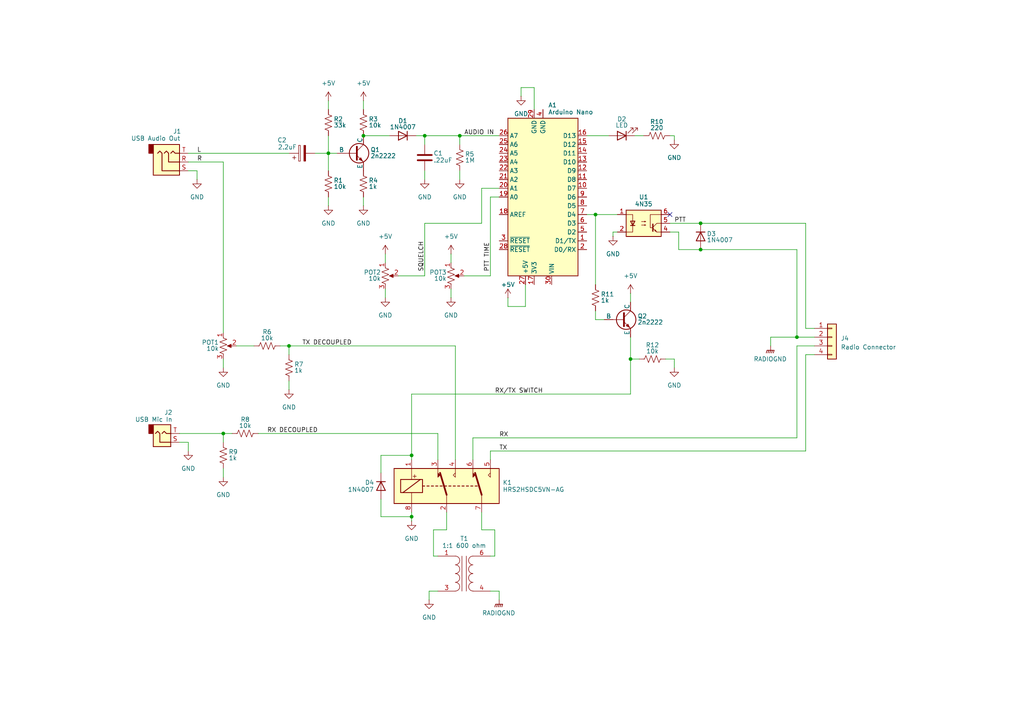
<source format=kicad_sch>
(kicad_sch (version 20231120) (generator "eeschema") (generator_version "8.0")
  (paper "A4")
  (title_block (title "Interface para Modos Digitales") (date "2024-11-30") (rev "0.1") (company "Sirio Altilar Guy (LU3ALT)") (comment 1 "Basado en el diseño de Daniel Rigou (LU1BDR)") (comment 2 "Para el HOTSPOT del LU5CBA") (comment 3 "https://github.com/SirioGuy/Interface-Modos-Digitales"))
  (lib_symbols
    (symbol "Connector_Audio:AudioJack2"
      (property "Reference" "J" (at 0 8.89 0))
      (property "Value" "AudioJack2" (at 0 6.35 0))
      (symbol "AudioJack2_0_1"
        (rectangle (start -3.81 0) (end -2.54 -2.54) (stroke (width 0.254)) (fill (type outline)))
        (rectangle (start -2.54 3.81) (end 2.54 -2.54) (stroke (width 0.254)) (fill (type background)))
        (polyline (pts (xy 0 0) (xy 0.635 -0.635) (xy 1.27 0) (xy 2.54 0)) (stroke (width 0.254)))
        (polyline (pts (xy 2.54 2.54) (xy -0.635 2.54) (xy -0.635 0) (xy -1.27 -0.635) (xy -1.905 0)) (stroke (width 0.254)))
      )
      (symbol "AudioJack2_1_1"
        (pin passive line (at 5.08 2.54 180) (length 2.54) (name "~") (number "S"))
        (pin passive line (at 5.08 0 180) (length 2.54) (name "~") (number "T"))
      )
    )
    (symbol "Connector_Audio:AudioJack3"
      (property "Reference" "J" (at 0 8.89 0))
      (property "Value" "AudioJack3" (at 0 6.35 0))
      (symbol "AudioJack3_0_1"
        (rectangle (start -5.08 -5.08) (end -6.35 -2.54) (stroke (width 0.254)) (fill (type outline)))
        (polyline (pts (xy 0 -2.54) (xy 0.635 -3.175) (xy 1.27 -2.54) (xy 2.54 -2.54)) (stroke (width 0.254)))
        (polyline (pts (xy -1.905 -2.54) (xy -1.27 -3.175) (xy -0.635 -2.54) (xy -0.635 0) (xy 2.54 0)) (stroke (width 0.254)))
        (polyline (pts (xy 2.54 2.54) (xy -2.54 2.54) (xy -2.54 -2.54) (xy -3.175 -3.175) (xy -3.81 -2.54)) (stroke (width 0.254)))
        (rectangle (start 2.54 3.81) (end -5.08 -5.08) (stroke (width 0.254)) (fill (type background)))
      )
      (symbol "AudioJack3_1_1"
        (pin passive line (at 5.08 0 180) (length 2.54) (name "~") (number "R"))
        (pin passive line (at 5.08 2.54 180) (length 2.54) (name "~") (number "S"))
        (pin passive line (at 5.08 -2.54 180) (length 2.54) (name "~") (number "T"))
      )
    )
    (symbol "Connector_Generic_MountingPin:Conn_01x04_MountingPin" (pin_names (offset 1.016) hide)
      (property "Reference" "J4" (at 2.54 -0.3555 0))
      (property "Value" "Radio Connector" (at 2.54 -2.8955 0))
      (symbol "Conn_01x04_MountingPin_1_1"
        (rectangle (start -1.27 -4.953) (end 0 -5.207) (stroke (width 0.1524)))
        (rectangle (start -1.27 -2.413) (end 0 -2.667) (stroke (width 0.1524)))
        (rectangle (start -1.27 0.127) (end 0 -0.127) (stroke (width 0.1524)))
        (rectangle (start -1.27 2.667) (end 0 2.413) (stroke (width 0.1524)))
        (rectangle (start -1.27 3.81) (end 1.27 -6.35) (stroke (width 0.254)) (fill (type background)))
        (pin passive line (at -5.08 2.54 0) (length 3.81) (name "Pin_1") (number "1"))
        (pin passive line (at -5.08 0 0) (length 3.81) (name "Pin_2") (number "2"))
        (pin passive line (at -5.08 -2.54 0) (length 3.81) (name "Pin_3") (number "3"))
        (pin passive line (at -5.08 -5.08 0) (length 3.81) (name "Pin_4") (number "4"))
      )
    )
    (symbol "Device:C" (pin_numbers hide) (pin_names (offset 0.254))
      (property "Reference" "C" (at 0.635 2.54 0))
      (property "Value" "C" (at 0.635 -2.54 0))
      (symbol "C_0_1"
        (polyline (pts (xy -2.032 -0.762) (xy 2.032 -0.762)) (stroke (width 0.508)))
        (polyline (pts (xy -2.032 0.762) (xy 2.032 0.762)) (stroke (width 0.508)))
      )
      (symbol "C_1_1"
        (pin passive line (at 0 3.81 270) (length 2.794) (name "~") (number "1"))
        (pin passive line (at 0 -3.81 90) (length 2.794) (name "~") (number "2"))
      )
    )
    (symbol "Device:C_Polarized" (pin_numbers hide) (pin_names (offset 0.254))
      (property "Reference" "C" (at 0.635 2.54 0))
      (property "Value" "C_Polarized" (at 0.635 -2.54 0))
      (symbol "C_Polarized_0_1"
        (rectangle (start -2.286 0.508) (end 2.286 1.016))
        (polyline (pts (xy -1.778 2.286) (xy -0.762 2.286)))
        (polyline (pts (xy -1.27 2.794) (xy -1.27 1.778)))
        (rectangle (start 2.286 -0.508) (end -2.286 -1.016) (fill (type outline)))
      )
      (symbol "C_Polarized_1_1"
        (pin passive line (at 0 3.81 270) (length 2.794) (name "~") (number "1"))
        (pin passive line (at 0 -3.81 90) (length 2.794) (name "~") (number "2"))
      )
    )
    (symbol "Device:LED" (pin_numbers hide) (pin_names (offset 1.016) hide)
      (property "Reference" "D" (at 0 2.54 0))
      (property "Value" "LED" (at 0 -2.54 0))
      (symbol "LED_0_1"
        (polyline (pts (xy -1.27 -1.27) (xy -1.27 1.27)) (stroke (width 0.254)))
        (polyline (pts (xy -1.27 0) (xy 1.27 0)))
        (polyline (pts (xy 1.27 -1.27) (xy 1.27 1.27) (xy -1.27 0) (xy 1.27 -1.27)) (stroke (width 0.254)))
        (polyline (pts (xy -3.048 -0.762) (xy -4.572 -2.286) (xy -3.81 -2.286) (xy -4.572 -2.286) (xy -4.572 -1.524)))
        (polyline (pts (xy -1.778 -0.762) (xy -3.302 -2.286) (xy -2.54 -2.286) (xy -3.302 -2.286) (xy -3.302 -1.524)))
      )
      (symbol "LED_1_1"
        (pin passive line (at -3.81 0 0) (length 2.54) (name "K") (number "1"))
        (pin passive line (at 3.81 0 180) (length 2.54) (name "A") (number "2"))
      )
    )
    (symbol "Device:R_Potentiometer_US" (pin_names (offset 1.016) hide)
      (property "Reference" "RV" (at -4.445 0 90))
      (property "Value" "R_Potentiometer_US" (at -2.54 0 90))
      (symbol "R_Potentiometer_US_0_1"
        (polyline (pts (xy 0 -2.286) (xy 0 -2.54)))
        (polyline (pts (xy 0 2.54) (xy 0 2.286)))
        (polyline (pts (xy 2.54 0) (xy 1.524 0)))
        (polyline (pts (xy 1.143 0) (xy 2.286 0.508) (xy 2.286 -0.508) (xy 1.143 0)) (fill (type outline)))
        (polyline (pts (xy 0 -0.762) (xy 1.016 -1.143) (xy 0 -1.524) (xy -1.016 -1.905) (xy 0 -2.286)))
        (polyline (pts (xy 0 0.762) (xy 1.016 0.381) (xy 0 0) (xy -1.016 -0.381) (xy 0 -0.762)))
        (polyline (pts (xy 0 2.286) (xy 1.016 1.905) (xy 0 1.524) (xy -1.016 1.143) (xy 0 0.762)))
      )
      (symbol "R_Potentiometer_US_1_1"
        (pin passive line (at 0 3.81 270) (length 1.27) (name "1") (number "1"))
        (pin passive line (at 3.81 0 180) (length 1.27) (name "2") (number "2"))
        (pin passive line (at 0 -3.81 90) (length 1.27) (name "3") (number "3"))
      )
    )
    (symbol "Device:R_US" (pin_numbers hide) (pin_names (offset 0))
      (property "Reference" "R" (at 2.54 0 90))
      (property "Value" "R_US" (at -2.54 0 90))
      (symbol "R_US_0_1"
        (polyline (pts (xy 0 -2.286) (xy 0 -2.54)))
        (polyline (pts (xy 0 2.286) (xy 0 2.54)))
        (polyline (pts (xy 0 -0.762) (xy 1.016 -1.143) (xy 0 -1.524) (xy -1.016 -1.905) (xy 0 -2.286)))
        (polyline (pts (xy 0 0.762) (xy 1.016 0.381) (xy 0 0) (xy -1.016 -0.381) (xy 0 -0.762)))
        (polyline (pts (xy 0 2.286) (xy 1.016 1.905) (xy 0 1.524) (xy -1.016 1.143) (xy 0 0.762)))
      )
      (symbol "R_US_1_1"
        (pin passive line (at 0 3.81 270) (length 1.27) (name "~") (number "1"))
        (pin passive line (at 0 -3.81 90) (length 1.27) (name "~") (number "2"))
      )
    )
    (symbol "Device:Transformer_1P_1S_SO8" (pin_names (offset 1.016) hide)
      (property "Reference" "T1" (at 0.0127 10.16 0))
      (property "Value" "1:1 600 ohm" (at 0.0127 7.62 0))
      (symbol "Transformer_1P_1S_SO8_0_1"
        (arc (start -2.54 -5.0546) (mid -1.6599 -4.6901) (end -1.27 -3.81))
        (arc (start -2.54 -2.5146) (mid -1.6599 -2.1501) (end -1.27 -1.27))
        (arc (start -2.54 0.0254) (mid -1.6599 0.3899) (end -1.27 1.27))
        (arc (start -2.54 2.5654) (mid -1.6599 2.9299) (end -1.27 3.81))
        (arc (start -1.27 -3.81) (mid -1.642 -2.912) (end -2.54 -2.54))
        (arc (start -1.27 -1.27) (mid -1.642 -0.372) (end -2.54 0))
        (arc (start -1.27 1.27) (mid -1.642 2.168) (end -2.54 2.54))
        (arc (start -1.27 3.81) (mid -1.642 4.708) (end -2.54 5.08))
        (polyline (pts (xy -0.635 5.08) (xy -0.635 -5.08)))
        (polyline (pts (xy 0.635 -5.08) (xy 0.635 5.08)))
        (arc (start 1.2954 -1.27) (mid 1.6599 -2.1501) (end 2.54 -2.5146))
        (arc (start 1.2954 1.27) (mid 1.6599 0.3899) (end 2.54 0.0254))
        (arc (start 1.2954 3.81) (mid 1.6599 2.9299) (end 2.54 2.5654))
        (arc (start 1.3208 -3.81) (mid 1.6853 -4.6901) (end 2.5654 -5.0546))
        (arc (start 2.54 0) (mid 1.642 -0.372) (end 1.2954 -1.27))
        (arc (start 2.54 2.54) (mid 1.642 2.168) (end 1.2954 1.27))
        (arc (start 2.54 5.08) (mid 1.642 4.708) (end 1.2954 3.81))
        (arc (start 2.5654 -2.54) (mid 1.6674 -2.912) (end 1.3208 -3.81))
      )
      (symbol "Transformer_1P_1S_SO8_1_1"
        (pin passive line (at -7.62 5.08 0) (length 5.08) (name "AA") (number "1"))
        (pin passive line (at -7.62 -5.08 0) (length 5.08) (name "AB") (number "3"))
        (pin passive line (at 7.62 -5.08 180) (length 5.08) (name "SA") (number "4"))
        (pin passive line (at 7.62 5.08 180) (length 5.08) (name "SB") (number "6"))
      )
    )
    (symbol "Diode:1N4007" (pin_numbers hide) (pin_names hide)
      (property "Reference" "D" (at 0 2.54 0))
      (property "Value" "1N4007" (at 0 -2.54 0))
      (symbol "1N4007_0_1"
        (polyline (pts (xy -1.27 1.27) (xy -1.27 -1.27)) (stroke (width 0.254)))
        (polyline (pts (xy 1.27 0) (xy -1.27 0)))
        (polyline (pts (xy 1.27 1.27) (xy 1.27 -1.27) (xy -1.27 0) (xy 1.27 1.27)) (stroke (width 0.254)))
      )
      (symbol "1N4007_1_1"
        (pin passive line (at -3.81 0 0) (length 2.54) (name "K") (number "1"))
        (pin passive line (at 3.81 0 180) (length 2.54) (name "A") (number "2"))
      )
    )
    (symbol "Isolator:4N35" (pin_names (offset 1.016))
      (property "Reference" "U" (at -5.08 5.08 0))
      (property "Value" "4N35" (at 0 5.08 0))
      (symbol "4N35_0_1"
        (rectangle (start -5.08 3.81) (end 5.08 -3.81) (stroke (width 0.254)) (fill (type background)))
        (polyline (pts (xy -3.81 -0.635) (xy -2.54 -0.635)) (stroke (width 0.254)))
        (polyline (pts (xy 2.667 -1.397) (xy 3.81 -2.54)))
        (polyline (pts (xy 2.667 -1.143) (xy 3.81 0)))
        (polyline (pts (xy 3.81 -2.54) (xy 5.08 -2.54)))
        (polyline (pts (xy 3.81 0) (xy 5.08 0)))
        (polyline (pts (xy 2.667 -0.254) (xy 2.667 -2.286) (xy 2.667 -2.286)) (stroke (width 0.3556)))
        (polyline (pts (xy -5.08 -2.54) (xy -3.175 -2.54) (xy -3.175 2.54) (xy -5.08 2.54)))
        (polyline (pts (xy -3.175 -0.635) (xy -3.81 0.635) (xy -2.54 0.635) (xy -3.175 -0.635)) (stroke (width 0.254)))
        (polyline (pts (xy 3.683 -2.413) (xy 3.429 -1.905) (xy 3.175 -2.159) (xy 3.683 -2.413)))
        (polyline (pts (xy 5.08 2.54) (xy 1.905 2.54) (xy 1.905 -1.27) (xy 2.54 -1.27)))
        (polyline (pts (xy -0.635 -0.508) (xy 0.635 -0.508) (xy 0.254 -0.635) (xy 0.254 -0.381) (xy 0.635 -0.508)))
        (polyline (pts (xy -0.635 0.508) (xy 0.635 0.508) (xy 0.254 0.381) (xy 0.254 0.635) (xy 0.635 0.508)))
      )
      (symbol "4N35_1_1"
        (pin passive line (at -7.62 2.54 0) (length 2.54) (name "~") (number "1"))
        (pin passive line (at -7.62 -2.54 0) (length 2.54) (name "~") (number "2"))
        (pin no_connect line (at -5.08 0 0) (length 2.54) hide (name "NC") (number "3"))
        (pin passive line (at 7.62 -2.54 180) (length 2.54) (name "~") (number "4"))
        (pin passive line (at 7.62 0 180) (length 2.54) (name "~") (number "5"))
        (pin passive line (at 7.62 2.54 180) (length 2.54) (name "~") (number "6"))
      )
    )
    (symbol "MCU_Module:Arduino_Nano_v3.x"
      (property "Reference" "A" (at -10.16 23.495 0))
      (property "Value" "Arduino_Nano_v3.x" (at 5.08 -24.13 0))
      (symbol "Arduino_Nano_v3.x_0_1"
        (rectangle (start -10.16 22.86) (end 10.16 -22.86) (stroke (width 0.254)) (fill (type background)))
      )
      (symbol "Arduino_Nano_v3.x_1_1"
        (pin bidirectional line (at -12.7 12.7 0) (length 2.54) (name "D1/TX") (number "1"))
        (pin bidirectional line (at -12.7 -2.54 0) (length 2.54) (name "D7") (number "10"))
        (pin bidirectional line (at -12.7 -5.08 0) (length 2.54) (name "D8") (number "11"))
        (pin bidirectional line (at -12.7 -7.62 0) (length 2.54) (name "D9") (number "12"))
        (pin bidirectional line (at -12.7 -10.16 0) (length 2.54) (name "D10") (number "13"))
        (pin bidirectional line (at -12.7 -12.7 0) (length 2.54) (name "D11") (number "14"))
        (pin bidirectional line (at -12.7 -15.24 0) (length 2.54) (name "D12") (number "15"))
        (pin bidirectional line (at -12.7 -17.78 0) (length 2.54) (name "D13") (number "16"))
        (pin power_out line (at 2.54 25.4 270) (length 2.54) (name "3V3") (number "17"))
        (pin input line (at 12.7 5.08 180) (length 2.54) (name "AREF") (number "18"))
        (pin bidirectional line (at 12.7 0 180) (length 2.54) (name "A0") (number "19"))
        (pin bidirectional line (at -12.7 15.24 0) (length 2.54) (name "D0/RX") (number "2"))
        (pin bidirectional line (at 12.7 -2.54 180) (length 2.54) (name "A1") (number "20"))
        (pin bidirectional line (at 12.7 -5.08 180) (length 2.54) (name "A2") (number "21"))
        (pin bidirectional line (at 12.7 -7.62 180) (length 2.54) (name "A3") (number "22"))
        (pin bidirectional line (at 12.7 -10.16 180) (length 2.54) (name "A4") (number "23"))
        (pin bidirectional line (at 12.7 -12.7 180) (length 2.54) (name "A5") (number "24"))
        (pin bidirectional line (at 12.7 -15.24 180) (length 2.54) (name "A6") (number "25"))
        (pin bidirectional line (at 12.7 -17.78 180) (length 2.54) (name "A7") (number "26"))
        (pin power_out line (at 5.08 25.4 270) (length 2.54) (name "+5V") (number "27"))
        (pin input line (at 12.7 15.24 180) (length 2.54) (name "~{RESET}") (number "28"))
        (pin power_in line (at 2.54 -25.4 90) (length 2.54) (name "GND") (number "29"))
        (pin input line (at 12.7 12.7 180) (length 2.54) (name "~{RESET}") (number "3"))
        (pin power_in line (at -2.54 25.4 270) (length 2.54) (name "VIN") (number "30"))
        (pin power_in line (at 0 -25.4 90) (length 2.54) (name "GND") (number "4"))
        (pin bidirectional line (at -12.7 10.16 0) (length 2.54) (name "D2") (number "5"))
        (pin bidirectional line (at -12.7 7.62 0) (length 2.54) (name "D3") (number "6"))
        (pin bidirectional line (at -12.7 5.08 0) (length 2.54) (name "D4") (number "7"))
        (pin bidirectional line (at -12.7 2.54 0) (length 2.54) (name "D5") (number "8"))
        (pin bidirectional line (at -12.7 0 0) (length 2.54) (name "D6") (number "9"))
      )
    )
    (symbol "Relay:AZ850-x"
      (property "Reference" "K1" (at 16.51 1.2701 0))
      (property "Value" "AZ850-x" (at 16.51 -1.2699 0))
      (symbol "AZ850-x_0_0"
        (text "+" (at -9.271 2.921 0) (effects (font (size 1.27 1.27))))
      )
      (symbol "AZ850-x_0_1"
        (rectangle (start -15.24 5.08) (end 15.24 -5.08) (stroke (width 0.254)) (fill (type background)))
        (rectangle (start -13.335 1.905) (end -6.985 -1.905) (stroke (width 0.254)))
        (polyline (pts (xy -12.7 -1.905) (xy -7.62 1.905)) (stroke (width 0.254)))
        (polyline (pts (xy -10.16 -5.08) (xy -10.16 -1.905)))
        (polyline (pts (xy -10.16 5.08) (xy -10.16 1.905)))
        (polyline (pts (xy -6.985 0) (xy -6.35 0)) (stroke (width 0.254)))
        (polyline (pts (xy -5.715 0) (xy -5.08 0)) (stroke (width 0.254)))
        (polyline (pts (xy -4.445 0) (xy -3.81 0)) (stroke (width 0.254)))
        (polyline (pts (xy -3.175 0) (xy -2.54 0)) (stroke (width 0.254)))
        (polyline (pts (xy -1.905 0) (xy -1.27 0)) (stroke (width 0.254)))
        (polyline (pts (xy -0.635 0) (xy 0 0)) (stroke (width 0.254)))
        (polyline (pts (xy 0 -2.54) (xy -1.905 3.81)) (stroke (width 0.508)))
        (polyline (pts (xy 0 -2.54) (xy 0 -5.08)))
        (polyline (pts (xy 0.635 0) (xy 1.27 0)) (stroke (width 0.254)))
        (polyline (pts (xy 1.905 0) (xy 2.54 0)) (stroke (width 0.254)))
        (polyline (pts (xy 3.175 0) (xy 3.81 0)) (stroke (width 0.254)))
        (polyline (pts (xy 4.445 0) (xy 5.08 0)) (stroke (width 0.254)))
        (polyline (pts (xy 5.715 0) (xy 6.35 0)) (stroke (width 0.254)))
        (polyline (pts (xy 6.985 0) (xy 7.62 0)) (stroke (width 0.254)))
        (polyline (pts (xy 8.255 0) (xy 8.89 0)) (stroke (width 0.254)))
        (polyline (pts (xy 10.16 -2.54) (xy 8.255 3.81)) (stroke (width 0.508)))
        (polyline (pts (xy 10.16 -2.54) (xy 10.16 -5.08)))
        (polyline (pts (xy -2.54 5.08) (xy -2.54 2.54) (xy -1.905 3.175) (xy -2.54 3.81)) (fill (type outline)))
        (polyline (pts (xy 2.54 5.08) (xy 2.54 2.54) (xy 1.905 3.175) (xy 2.54 3.81)))
        (polyline (pts (xy 7.62 5.08) (xy 7.62 2.54) (xy 8.255 3.175) (xy 7.62 3.81)) (fill (type outline)))
        (polyline (pts (xy 12.7 5.08) (xy 12.7 2.54) (xy 12.065 3.175) (xy 12.7 3.81)))
      )
      (symbol "AZ850-x_1_1"
        (pin passive line (at -10.16 7.62 270) (length 2.54) (name "~") (number "1"))
        (pin passive line (at 0 -7.62 90) (length 2.54) (name "~") (number "2"))
        (pin passive line (at -2.54 7.62 270) (length 2.54) (name "~") (number "3"))
        (pin passive line (at 2.54 7.62 270) (length 2.54) (name "~") (number "4"))
        (pin passive line (at 12.7 7.62 270) (length 2.54) (name "~") (number "5"))
        (pin passive line (at 7.62 7.62 270) (length 2.54) (name "~") (number "6"))
        (pin passive line (at 10.16 -7.62 90) (length 2.54) (name "~") (number "7"))
        (pin passive line (at -10.16 -7.62 90) (length 2.54) (name "~") (number "8"))
      )
    )
    (symbol "Simulation_SPICE:NPN" (pin_numbers hide) (pin_names (offset 0))
      (property "Reference" "Q" (at -2.54 7.62 0))
      (property "Value" "NPN" (at -2.54 5.08 0))
      (symbol "NPN_0_1"
        (polyline (pts (xy -2.54 0) (xy 0.635 0)) (stroke (width 0.1524)))
        (polyline (pts (xy 0.635 0.635) (xy 2.54 2.54)))
        (polyline (pts (xy 2.794 -1.27) (xy 2.794 -1.27)) (stroke (width 0.1524)))
        (polyline (pts (xy 2.794 -1.27) (xy 2.794 -1.27)) (stroke (width 0.1524)))
        (polyline (pts (xy 0.635 -0.635) (xy 2.54 -2.54) (xy 2.54 -2.54)))
        (polyline (pts (xy 0.635 1.905) (xy 0.635 -1.905) (xy 0.635 -1.905)) (stroke (width 0.508)))
        (polyline (pts (xy 1.27 -1.778) (xy 1.778 -1.27) (xy 2.286 -2.286) (xy 1.27 -1.778) (xy 1.27 -1.778)) (fill (type outline)))
        (circle (center 1.27 0) (radius 2.8194) (stroke (width 0.254)))
      )
      (symbol "NPN_1_1"
        (pin open_collector line (at 2.54 5.08 270) (length 2.54) (name "C") (number "1"))
        (pin input line (at -5.08 0 0) (length 2.54) (name "B") (number "2"))
        (pin open_emitter line (at 2.54 -5.08 90) (length 2.54) (name "E") (number "3"))
      )
    )
    (symbol "power:+5V" (power) (pin_numbers hide) (pin_names (offset 0) hide)
      (property "Value" "+5V" (at 0 3.556 0))
      (symbol "+5V_0_1"
        (polyline (pts (xy -0.762 1.27) (xy 0 2.54)))
        (polyline (pts (xy 0 0) (xy 0 2.54)))
        (polyline (pts (xy 0 2.54) (xy 0.762 1.27)))
      )
      (symbol "+5V_1_1"
        (pin power_in line (at 0 0 90) (length 0) (name "~") (number "1"))
      )
    )
    (symbol "power:GND" (power) (pin_numbers hide) (pin_names (offset 0) hide)
      (property "Value" "GND" (at 0 -3.81 0))
      (symbol "GND_0_1"
        (polyline (pts (xy 0 0) (xy 0 -1.27) (xy 1.27 -1.27) (xy 0 -2.54) (xy -1.27 -1.27) (xy 0 -1.27)))
      )
      (symbol "GND_1_1"
        (pin power_in line (at 0 0 270) (length 0) (name "~") (number "1"))
      )
    )
    (symbol "power:GNDPWR" (power) (pin_numbers hide) (pin_names (offset 0) hide)
      (property "Value" "GNDPWR" (at 0 -3.302 0))
      (symbol "GNDPWR_0_1"
        (polyline (pts (xy 0 -1.27) (xy 0 0)))
        (polyline (pts (xy -1.016 -1.27) (xy -1.27 -2.032) (xy -1.27 -2.032)) (stroke (width 0.2032)))
        (polyline (pts (xy -0.508 -1.27) (xy -0.762 -2.032) (xy -0.762 -2.032)) (stroke (width 0.2032)))
        (polyline (pts (xy 0 -1.27) (xy -0.254 -2.032) (xy -0.254 -2.032)) (stroke (width 0.2032)))
        (polyline (pts (xy 0.508 -1.27) (xy 0.254 -2.032) (xy 0.254 -2.032)) (stroke (width 0.2032)))
        (polyline (pts (xy 1.016 -1.27) (xy -1.016 -1.27) (xy -1.016 -1.27)) (stroke (width 0.2032)))
        (polyline (pts (xy 1.016 -1.27) (xy 0.762 -2.032) (xy 0.762 -2.032) (xy 0.762 -2.032)) (stroke (width 0.2032)))
      )
      (symbol "GNDPWR_1_1"
        (pin power_in line (at 0 0 270) (length 0) (name "~") (number "1"))
      )
    )
  )
  (junction (at 64.77 125.73))
  (junction (at 182.88 104.14))
  (junction (at 95.25 44.45))
  (junction (at 231.14 97.79))
  (junction (at 83.82 100.33))
  (junction (at 119.38 132.08))
  (junction (at 105.41 39.37))
  (junction (at 203.2 64.77))
  (junction (at 133.35 39.37))
  (junction (at 172.72 62.23))
  (junction (at 123.19 39.37))
  (junction (at 119.38 149.86))
  (junction (at 203.2 72.39))
  (no_connect (at 194.31 62.23))
  (wire (pts (xy 54.61 49.53) (xy 57.15 49.53)))
  (wire (pts (xy 95.25 29.21) (xy 95.25 31.75)))
  (wire (pts (xy 177.8 67.31) (xy 177.8 68.58)))
  (wire (pts (xy 111.76 73.66) (xy 111.76 76.2)))
  (wire (pts (xy 110.49 149.86) (xy 119.38 149.86)))
  (wire (pts (xy 105.41 39.37) (xy 113.03 39.37)))
  (wire (pts (xy 110.49 137.16) (xy 110.49 132.08)))
  (wire (pts (xy 105.41 57.15) (xy 105.41 59.69)))
  (wire (pts (xy 142.24 161.29) (xy 143.51 161.29)))
  (wire (pts (xy 133.35 39.37) (xy 144.78 39.37)))
  (wire (pts (xy 223.52 97.79) (xy 231.14 97.79)))
  (wire (pts (xy 110.49 144.78) (xy 110.49 149.86)))
  (wire (pts (xy 179.07 67.31) (xy 177.8 67.31)))
  (wire (pts (xy 123.19 39.37) (xy 133.35 39.37)))
  (wire (pts (xy 127 161.29) (xy 125.73 161.29)))
  (wire (pts (xy 182.88 104.14) (xy 182.88 97.79)))
  (wire (pts (xy 231.14 100.33) (xy 236.22 100.33)))
  (wire (pts (xy 236.22 95.25) (xy 233.68 95.25)))
  (wire (pts (xy 119.38 149.86) (xy 119.38 151.13)))
  (wire (pts (xy 170.18 62.23) (xy 172.72 62.23)))
  (wire (pts (xy 123.19 80.01) (xy 123.19 64.77)))
  (wire (pts (xy 144.78 171.45) (xy 144.78 173.99)))
  (wire (pts (xy 132.08 100.33) (xy 83.82 100.33)))
  (wire (pts (xy 154.94 25.4) (xy 154.94 31.75)))
  (wire (pts (xy 129.54 153.67) (xy 129.54 148.59)))
  (wire (pts (xy 81.28 100.33) (xy 83.82 100.33)))
  (wire (pts (xy 57.15 49.53) (xy 57.15 52.07)))
  (wire (pts (xy 223.52 100.33) (xy 223.52 97.79)))
  (wire (pts (xy 195.58 39.37) (xy 195.58 40.64)))
  (wire (pts (xy 125.73 161.29) (xy 125.73 153.67)))
  (wire (pts (xy 119.38 114.3) (xy 182.88 114.3)))
  (wire (pts (xy 195.58 106.68) (xy 195.58 104.14)))
  (wire (pts (xy 64.77 46.99) (xy 64.77 96.52)))
  (wire (pts (xy 120.65 39.37) (xy 123.19 39.37)))
  (wire (pts (xy 133.35 41.91) (xy 133.35 39.37)))
  (wire (pts (xy 142.24 133.35) (xy 142.24 130.81)))
  (wire (pts (xy 143.51 153.67) (xy 139.7 153.67)))
  (wire (pts (xy 196.85 67.31) (xy 196.85 72.39)))
  (wire (pts (xy 139.7 64.77) (xy 139.7 54.61)))
  (wire (pts (xy 147.32 88.9) (xy 152.4 88.9)))
  (wire (pts (xy 130.81 83.82) (xy 130.81 86.36)))
  (wire (pts (xy 236.22 97.79) (xy 231.14 97.79)))
  (wire (pts (xy 124.46 171.45) (xy 124.46 173.99)))
  (wire (pts (xy 105.41 29.21) (xy 105.41 31.75)))
  (wire (pts (xy 142.24 171.45) (xy 144.78 171.45)))
  (wire (pts (xy 123.19 64.77) (xy 139.7 64.77)))
  (wire (pts (xy 54.61 44.45) (xy 83.82 44.45)))
  (wire (pts (xy 52.07 125.73) (xy 64.77 125.73)))
  (wire (pts (xy 123.19 39.37) (xy 123.19 41.91)))
  (wire (pts (xy 142.24 130.81) (xy 233.68 130.81)))
  (wire (pts (xy 111.76 83.82) (xy 111.76 86.36)))
  (wire (pts (xy 64.77 125.73) (xy 67.31 125.73)))
  (wire (pts (xy 143.51 161.29) (xy 143.51 153.67)))
  (wire (pts (xy 137.16 133.35) (xy 137.16 127)))
  (wire (pts (xy 233.68 95.25) (xy 233.68 64.77)))
  (wire (pts (xy 151.13 25.4) (xy 154.94 25.4)))
  (wire (pts (xy 127 125.73) (xy 127 133.35)))
  (wire (pts (xy 110.49 132.08) (xy 119.38 132.08)))
  (wire (pts (xy 194.31 39.37) (xy 195.58 39.37)))
  (wire (pts (xy 233.68 64.77) (xy 203.2 64.77)))
  (wire (pts (xy 185.42 104.14) (xy 182.88 104.14)))
  (wire (pts (xy 194.31 67.31) (xy 196.85 67.31)))
  (wire (pts (xy 172.72 62.23) (xy 179.07 62.23)))
  (wire (pts (xy 139.7 153.67) (xy 139.7 148.59)))
  (wire (pts (xy 115.57 80.01) (xy 123.19 80.01)))
  (wire (pts (xy 68.58 100.33) (xy 73.66 100.33)))
  (wire (pts (xy 175.26 92.71) (xy 172.72 92.71)))
  (wire (pts (xy 52.07 128.27) (xy 54.61 128.27)))
  (wire (pts (xy 95.25 44.45) (xy 95.25 49.53)))
  (wire (pts (xy 184.15 39.37) (xy 186.69 39.37)))
  (wire (pts (xy 195.58 104.14) (xy 193.04 104.14)))
  (wire (pts (xy 127 171.45) (xy 124.46 171.45)))
  (wire (pts (xy 231.14 97.79) (xy 231.14 72.39)))
  (wire (pts (xy 95.25 57.15) (xy 95.25 59.69)))
  (wire (pts (xy 182.88 85.09) (xy 182.88 87.63)))
  (wire (pts (xy 172.72 62.23) (xy 172.72 82.55)))
  (wire (pts (xy 142.24 57.15) (xy 144.78 57.15)))
  (wire (pts (xy 134.62 80.01) (xy 142.24 80.01)))
  (wire (pts (xy 119.38 114.3) (xy 119.38 132.08)))
  (wire (pts (xy 125.73 153.67) (xy 129.54 153.67)))
  (wire (pts (xy 95.25 44.45) (xy 95.25 39.37)))
  (wire (pts (xy 231.14 127) (xy 231.14 100.33)))
  (wire (pts (xy 170.18 39.37) (xy 176.53 39.37)))
  (wire (pts (xy 119.38 148.59) (xy 119.38 149.86)))
  (wire (pts (xy 151.13 25.4) (xy 151.13 27.94)))
  (wire (pts (xy 203.2 64.77) (xy 194.31 64.77)))
  (wire (pts (xy 231.14 72.39) (xy 203.2 72.39)))
  (wire (pts (xy 132.08 133.35) (xy 132.08 100.33)))
  (wire (pts (xy 64.77 135.89) (xy 64.77 138.43)))
  (wire (pts (xy 130.81 73.66) (xy 130.81 76.2)))
  (wire (pts (xy 83.82 110.49) (xy 83.82 113.03)))
  (wire (pts (xy 54.61 128.27) (xy 54.61 130.81)))
  (wire (pts (xy 83.82 100.33) (xy 83.82 102.87)))
  (wire (pts (xy 64.77 104.14) (xy 64.77 106.68)))
  (wire (pts (xy 133.35 49.53) (xy 133.35 52.07)))
  (wire (pts (xy 182.88 114.3) (xy 182.88 104.14)))
  (wire (pts (xy 233.68 102.87) (xy 236.22 102.87)))
  (wire (pts (xy 95.25 44.45) (xy 97.79 44.45)))
  (wire (pts (xy 137.16 127) (xy 231.14 127)))
  (wire (pts (xy 172.72 92.71) (xy 172.72 90.17)))
  (wire (pts (xy 142.24 80.01) (xy 142.24 57.15)))
  (wire (pts (xy 64.77 125.73) (xy 64.77 128.27)))
  (wire (pts (xy 74.93 125.73) (xy 127 125.73)))
  (wire (pts (xy 147.32 88.9) (xy 147.32 86.36)))
  (wire (pts (xy 123.19 52.07) (xy 123.19 49.53)))
  (wire (pts (xy 139.7 54.61) (xy 144.78 54.61)))
  (wire (pts (xy 91.44 44.45) (xy 95.25 44.45)))
  (wire (pts (xy 196.85 72.39) (xy 203.2 72.39)))
  (wire (pts (xy 152.4 88.9) (xy 152.4 82.55)))
  (wire (pts (xy 119.38 132.08) (xy 119.38 133.35)))
  (wire (pts (xy 54.61 46.99) (xy 64.77 46.99)))
  (wire (pts (xy 233.68 102.87) (xy 233.68 130.81)))
  (label "PTT" (at 195.58 64.77 0))
  (label "SQUELCH" (at 123.19 78.74 90))
  (label "RX DECOUPLED" (at 77.47 125.73 0))
  (label "TX" (at 144.78 130.81 0))
  (label "RX" (at 144.78 127 0))
  (label "AUDIO IN" (at 134.62 39.37 0))
  (label "RX{slash}TX SWITCH" (at 143.51 114.3 0))
  (label "R" (at 57.15 46.99 0))
  (label "L" (at 57.15 44.45 0))
  (label "PTT TIME" (at 142.24 78.74 90))
  (label "TX DECOUPLED" (at 87.63 100.33 0))
  (symbol (lib_id "power:GND") (at 64.77 106.68 0) (unit 1)
    (property "Reference" "#PWR06" (effects (hide yes)))
    (property "Value" "GND" (at 64.77 111.76 0))
    (property "Description" "Power symbol creates a global label with name \"GND\" , ground" (effects (hide yes)))
  )
  (symbol (lib_id "Device:Transformer_1P_1S_SO8") (at 134.62 166.37 0) (unit 1)
    (property "Reference" "T1" (at 134.6327 156.21 0))
    (property "Value" "1:1 600 ohm" (at 134.62 158.242 0))
    (property "Footprint" "Transformer_THT:Transformer_NF_ETAL_P1165" (effects (hide yes)))
    (property "Description" "Transformer, single primary, single secondary, SO-8 package" (effects (hide yes)))
  )
  (symbol (lib_id "Device:R_US") (at 190.5 39.37 90) (unit 1)
    (property "Reference" "R10" (at 190.5 35.306 90))
    (property "Value" "220" (at 190.5 37.084 90))
    (property "Footprint" "Resistor_THT:R_Axial_DIN0207_L6.3mm_D2.5mm_P7.62mm_Horizontal" (effects (hide yes)))
    (property "Description" "Resistor, US symbol" (effects (hide yes)))
  )
  (symbol (lib_id "Diode:1N4007") (at 116.84 39.37 180) (unit 1)
    (property "Reference" "D1" (at 116.84 35.052 0))
    (property "Value" "1N4007" (at 116.84 36.83 0))
    (property "Footprint" "Diode_THT:D_DO-41_SOD81_P7.62mm_Horizontal" (effects (hide yes)))
    (property "Datasheet" "http://www.vishay.com/docs/88503/1n4001.pdf" (effects (hide yes)))
    (property "Description" "1000V 1A General Purpose Rectifier Diode, DO-41" (effects (hide yes)))
    (property "Sim.Device" "D" (effects (hide yes)))
    (property "Sim.Pins" "1=K 2=A" (effects (hide yes)))
  )
  (symbol (lib_id "Connector_Generic_MountingPin:Conn_01x04_MountingPin") (at 241.3 97.79 0) (unit 1)
    (property "Reference" "J4" (at 243.84 98.1455 0) (effects (justify left)))
    (property "Value" "Radio Connector" (at 243.84 100.6855 0) (effects (justify left)))
    (property "Footprint" "Connector_PinHeader_1.27mm:PinHeader_1x04_P1.27mm_Vertical" (effects (hide yes)))
    (property "Description" "Generic connectable mounting pin connector, single row, 01x04, script generated (kicad-library-utils/schlib/autogen/connector/)" (effects (hide yes)))
  )
  (symbol (lib_id "Diode:1N4007") (at 203.2 68.58 270) (unit 1)
    (property "Reference" "D3" (at 204.978 67.818 90) (effects (justify left)))
    (property "Value" "1N4007" (at 204.978 69.596 90) (effects (justify left)))
    (property "Footprint" "Diode_THT:D_DO-41_SOD81_P7.62mm_Horizontal" (effects (hide yes)))
    (property "Datasheet" "http://www.vishay.com/docs/88503/1n4001.pdf" (effects (hide yes)))
    (property "Description" "1000V 1A General Purpose Rectifier Diode, DO-41" (effects (hide yes)))
    (property "Sim.Device" "D" (effects (hide yes)))
    (property "Sim.Pins" "1=K 2=A" (effects (hide yes)))
  )
  (symbol (lib_id "Device:C") (at 123.19 45.72 0) (unit 1)
    (property "Reference" "C1" (at 125.73 44.45 0) (effects (justify left)))
    (property "Value" ".22uF" (at 125.73 46.482 0) (effects (justify left)))
    (property "Footprint" "Capacitor_THT:C_Disc_D5.0mm_W2.5mm_P5.00mm" (effects (hide yes)))
    (property "Description" "Unpolarized capacitor" (effects (hide yes)))
  )
  (symbol (lib_id "power:GND") (at 195.58 40.64 0) (unit 1)
    (property "Reference" "#PWR018" (effects (hide yes)))
    (property "Value" "GND" (at 195.58 45.72 0))
    (property "Description" "Power symbol creates a global label with name \"GND\" , ground" (effects (hide yes)))
  )
  (symbol (lib_id "power:GND") (at 123.19 52.07 0) (unit 1)
    (property "Reference" "#PWR017" (effects (hide yes)))
    (property "Value" "GND" (at 123.19 57.15 0))
    (property "Description" "Power symbol creates a global label with name \"GND\" , ground" (effects (hide yes)))
  )
  (symbol (lib_id "power:GNDPWR") (at 144.78 173.99 0) (unit 1)
    (property "Reference" "#PWR023" (effects (hide yes)))
    (property "Value" "RADIOGND" (at 144.653 177.8 0))
    (property "Description" "Power symbol creates a global label with name \"GNDPWR\" , global ground" (effects (hide yes)))
  )
  (symbol (lib_id "Device:R_US") (at 172.72 86.36 0) (unit 1)
    (property "Reference" "R11" (at 174.244 85.344 0) (effects (justify left)))
    (property "Value" "1k" (at 174.244 87.122 0) (effects (justify left)))
    (property "Footprint" "Resistor_THT:R_Axial_DIN0207_L6.3mm_D2.5mm_P7.62mm_Horizontal" (effects (hide yes)))
    (property "Description" "Resistor, US symbol" (effects (hide yes)))
  )
  (symbol (lib_id "power:GND") (at 54.61 130.81 0) (unit 1)
    (property "Reference" "#PWR07" (effects (hide yes)))
    (property "Value" "GND" (at 54.61 135.89 0))
    (property "Description" "Power symbol creates a global label with name \"GND\" , ground" (effects (hide yes)))
  )
  (symbol (lib_id "power:GND") (at 177.8 68.58 0) (unit 1)
    (property "Reference" "#PWR019" (effects (hide yes)))
    (property "Value" "GND" (at 177.8 73.66 0))
    (property "Description" "Power symbol creates a global label with name \"GND\" , ground" (effects (hide yes)))
  )
  (symbol (lib_id "Device:R_US") (at 105.41 35.56 0) (unit 1)
    (property "Reference" "R3" (at 106.934 34.544 0) (effects (justify left)))
    (property "Value" "10k" (at 106.934 36.322 0) (effects (justify left)))
    (property "Footprint" "Resistor_THT:R_Axial_DIN0207_L6.3mm_D2.5mm_P7.62mm_Horizontal" (effects (hide yes)))
    (property "Description" "Resistor, US symbol" (effects (hide yes)))
  )
  (symbol (lib_id "power:+5V") (at 182.88 85.09 0) (unit 1)
    (property "Reference" "#PWR025" (effects (hide yes)))
    (property "Value" "+5V" (at 182.88 80.01 0))
    (property "Description" "Power symbol creates a global label with name \"+5V\"" (effects (hide yes)))
  )
  (symbol (lib_id "power:GNDPWR") (at 223.52 100.33 0) (unit 1)
    (property "Reference" "#PWR022" (effects (hide yes)))
    (property "Value" "RADIOGND" (at 223.393 104.14 0))
    (property "Description" "Power symbol creates a global label with name \"GNDPWR\" , global ground" (effects (hide yes)))
  )
  (symbol (lib_id "power:GND") (at 83.82 113.03 0) (unit 1)
    (property "Reference" "#PWR08" (effects (hide yes)))
    (property "Value" "GND" (at 83.82 118.11 0))
    (property "Description" "Power symbol creates a global label with name \"GND\" , ground" (effects (hide yes)))
  )
  (symbol (lib_id "Device:R_Potentiometer_US") (at 130.81 80.01 0) (unit 1)
    (property "Reference" "POT3" (at 129.54 78.994 0) (effects (justify right)))
    (property "Value" "10k" (at 129.54 80.772 0) (effects (justify right)))
    (property "Footprint" "Potentiometer_THT:Potentiometer_Piher_T-16H_Single_Horizontal" (effects (hide yes)))
    (property "Description" "Potentiometer, US symbol" (effects (hide yes)))
  )
  (symbol (lib_id "Relay:AZ850-x") (at 129.54 140.97 0) (unit 1)
    (property "Reference" "K1" (at 145.796 139.954 0) (effects (justify left)))
    (property "Value" "HRS2HSDC5VN-AG" (at 145.796 141.986 0) (effects (justify left)))
    (property "Footprint" "Relay_THT:Relay_DPDT_Omron_G6A" (effects (hide yes)))
    (property "Datasheet" "https://www.lcsc.com/datasheet/lcsc_datasheet_1811091411_Zhejiang-HKE-HRS2H-S-DC5V-N_C13497.pdf" (effects (hide yes)))
    (property "Description" "5V 2A 2A Two Sets of Conversion: 2C (DPDT-Conversion) DIP,9.9x21mm Power Relays ROHS" (effects (hide yes)))
  )
  (symbol (lib_id "Device:C_Polarized") (at 87.63 44.45 90) (unit 1)
    (property "Reference" "C2" (at 81.788 40.64 90))
    (property "Value" "2.2uF" (at 83.312 42.672 90))
    (property "Footprint" "Capacitor_THT:C_Radial_D5.0mm_H7.0mm_P2.00mm" (effects (hide yes)))
    (property "Description" "Polarized capacitor" (effects (hide yes)))
  )
  (symbol (lib_id "Device:R_US") (at 133.35 45.72 0) (unit 1)
    (property "Reference" "R5" (at 134.874 44.704 0) (effects (justify left)))
    (property "Value" "1M" (at 134.874 46.482 0) (effects (justify left)))
    (property "Footprint" "Resistor_THT:R_Axial_DIN0207_L6.3mm_D2.5mm_P7.62mm_Horizontal" (effects (hide yes)))
    (property "Description" "Resistor, US symbol" (effects (hide yes)))
  )
  (symbol (lib_id "Simulation_SPICE:NPN") (at 180.34 92.71 0) (unit 1)
    (property "Reference" "Q2" (at 184.912 91.694 0) (effects (justify left)))
    (property "Value" "2n2222" (at 184.912 93.472 0) (effects (justify left)))
    (property "Footprint" "Package_TO_SOT_THT:TO-92L_Inline" (effects (hide yes)))
    (property "Datasheet" "https://ngspice.sourceforge.io/docs/ngspice-html-manual/manual.xhtml#cha_BJTs" (effects (hide yes)))
    (property "Description" "Bipolar transistor symbol for simulation only, substrate tied to the emitter" (effects (hide yes)))
    (property "Sim.Device" "NPN" (effects (hide yes)))
    (property "Sim.Type" "GUMMELPOON" (effects (hide yes)))
    (property "Sim.Pins" "1=C 2=B 3=E" (effects (hide yes)))
  )
  (symbol (lib_id "Isolator:4N35") (at 186.69 64.77 0) (unit 1)
    (property "Reference" "U1" (at 186.69 57.15 0))
    (property "Value" "4N35" (at 186.69 59.182 0))
    (property "Footprint" "Package_DIP:DIP-6_W7.62mm" (effects (hide yes)))
    (property "Datasheet" "https://www.vishay.com/docs/81181/4n35.pdf" (effects (hide yes)))
    (property "Description" "Optocoupler, Phototransistor Output, with Base Connection, Vce 70V, CTR 100%, Viso 5000V, DIP6" (effects (hide yes)))
  )
  (symbol (lib_id "power:GND") (at 64.77 138.43 0) (unit 1)
    (property "Reference" "#PWR09" (effects (hide yes)))
    (property "Value" "GND" (at 64.77 143.51 0))
    (property "Description" "Power symbol creates a global label with name \"GND\" , ground" (effects (hide yes)))
  )
  (symbol (lib_id "Device:R_US") (at 105.41 53.34 0) (unit 1)
    (property "Reference" "R4" (at 106.934 52.324 0) (effects (justify left)))
    (property "Value" "1k" (at 106.934 54.102 0) (effects (justify left)))
    (property "Footprint" "Resistor_THT:R_Axial_DIN0207_L6.3mm_D2.5mm_P7.62mm_Horizontal" (effects (hide yes)))
    (property "Description" "Resistor, US symbol" (effects (hide yes)))
  )
  (symbol (lib_id "power:+5V") (at 105.41 29.21 0) (unit 1)
    (property "Reference" "#PWR03" (effects (hide yes)))
    (property "Value" "+5V" (at 105.41 24.13 0))
    (property "Description" "Power symbol creates a global label with name \"+5V\"" (effects (hide yes)))
  )
  (symbol (lib_id "Device:LED") (at 180.34 39.37 180) (unit 1)
    (property "Reference" "D2" (at 180.34 34.544 0))
    (property "Value" "LED" (at 180.34 36.322 0))
    (property "Footprint" "Connector_PinHeader_1.27mm:PinHeader_1x02_P1.27mm_Vertical" (effects (hide yes)))
    (property "Description" "Light emitting diode" (effects (hide yes)))
  )
  (symbol (lib_id "Simulation_SPICE:NPN") (at 102.87 44.45 0) (unit 1)
    (property "Reference" "Q1" (at 107.442 43.434 0) (effects (justify left)))
    (property "Value" "2n2222" (at 107.442 45.212 0) (effects (justify left)))
    (property "Footprint" "Package_TO_SOT_THT:TO-92L_Inline" (effects (hide yes)))
    (property "Datasheet" "https://ngspice.sourceforge.io/docs/ngspice-html-manual/manual.xhtml#cha_BJTs" (effects (hide yes)))
    (property "Description" "Bipolar transistor symbol for simulation only, substrate tied to the emitter" (effects (hide yes)))
    (property "Sim.Device" "NPN" (effects (hide yes)))
    (property "Sim.Type" "GUMMELPOON" (effects (hide yes)))
    (property "Sim.Pins" "1=C 2=B 3=E" (effects (hide yes)))
  )
  (symbol (lib_id "Connector_Audio:AudioJack2") (at 46.99 125.73 0) (mirror x) (unit 1)
    (property "Reference" "J2" (at 50.038 119.634 0) (effects (justify right)))
    (property "Value" "USB Mic In" (at 50.038 121.666 0) (effects (justify right)))
    (property "Footprint" "Connector_Audio:Jack_3.5mm_CUI_SJ1-3525N_Horizontal" (effects (hide yes)))
    (property "Description" "Audio Jack, 2 Poles (Mono / TS)" (effects (hide yes)))
  )
  (symbol (lib_id "Connector_Audio:AudioJack3") (at 49.53 46.99 0) (mirror x) (unit 1)
    (property "Reference" "J1" (at 52.578 38.1 0) (effects (justify right)))
    (property "Value" "USB Audio Out" (at 52.324 40.132 0) (effects (justify right)))
    (property "Footprint" "Connector_Audio:Jack_3.5mm_CUI_SJ1-3525N_Horizontal" (effects (hide yes)))
    (property "Description" "Audio Jack, 3 Poles (Stereo / TRS)" (effects (hide yes)))
  )
  (symbol (lib_id "power:+5V") (at 147.32 86.36 0) (unit 1)
    (property "Reference" "#PWR015" (effects (hide yes)))
    (property "Value" "+5V" (at 147.32 82.55 0))
    (property "Description" "Power symbol creates a global label with name \"+5V\"" (effects (hide yes)))
  )
  (symbol (lib_id "Diode:1N4007") (at 110.49 140.97 270) (unit 1)
    (property "Reference" "D4" (at 107.188 139.954 90))
    (property "Value" "1N4007" (at 104.648 141.986 90))
    (property "Footprint" "Diode_THT:D_DO-41_SOD81_P7.62mm_Horizontal" (effects (hide yes)))
    (property "Datasheet" "http://www.vishay.com/docs/88503/1n4001.pdf" (effects (hide yes)))
    (property "Description" "1000V 1A General Purpose Rectifier Diode, DO-41" (effects (hide yes)))
    (property "Sim.Device" "D" (effects (hide yes)))
    (property "Sim.Pins" "1=K 2=A" (effects (hide yes)))
  )
  (symbol (lib_id "Device:R_US") (at 77.47 100.33 90) (unit 1)
    (property "Reference" "R6" (at 77.47 96.266 90))
    (property "Value" "10k" (at 77.47 98.044 90))
    (property "Footprint" "Resistor_THT:R_Axial_DIN0207_L6.3mm_D2.5mm_P7.62mm_Horizontal" (effects (hide yes)))
    (property "Description" "Resistor, US symbol" (effects (hide yes)))
  )
  (symbol (lib_id "power:GND") (at 119.38 151.13 0) (unit 1)
    (property "Reference" "#PWR020" (effects (hide yes)))
    (property "Value" "GND" (at 119.38 156.21 0))
    (property "Description" "Power symbol creates a global label with name \"GND\" , ground" (effects (hide yes)))
  )
  (symbol (lib_id "Device:R_US") (at 83.82 106.68 180) (unit 1)
    (property "Reference" "R7" (at 85.344 105.664 0) (effects (justify right)))
    (property "Value" "1k" (at 85.344 107.442 0) (effects (justify right)))
    (property "Footprint" "Resistor_THT:R_Axial_DIN0207_L6.3mm_D2.5mm_P7.62mm_Horizontal" (effects (hide yes)))
    (property "Description" "Resistor, US symbol" (effects (hide yes)))
  )
  (symbol (lib_id "power:+5V") (at 95.25 29.21 0) (unit 1)
    (property "Reference" "#PWR02" (effects (hide yes)))
    (property "Value" "+5V" (at 95.25 24.13 0))
    (property "Description" "Power symbol creates a global label with name \"+5V\"" (effects (hide yes)))
  )
  (symbol (lib_id "power:GND") (at 195.58 106.68 0) (unit 1)
    (property "Reference" "#PWR024" (effects (hide yes)))
    (property "Value" "GND" (at 195.58 111.76 0))
    (property "Description" "Power symbol creates a global label with name \"GND\" , ground" (effects (hide yes)))
  )
  (symbol (lib_id "Device:R_US") (at 95.25 35.56 0) (unit 1)
    (property "Reference" "R2" (at 96.774 34.544 0) (effects (justify left)))
    (property "Value" "33k" (at 96.774 36.322 0) (effects (justify left)))
    (property "Footprint" "Resistor_THT:R_Axial_DIN0207_L6.3mm_D2.5mm_P7.62mm_Horizontal" (effects (hide yes)))
    (property "Description" "Resistor, US symbol" (effects (hide yes)))
  )
  (symbol (lib_id "power:GND") (at 124.46 173.99 0) (unit 1)
    (property "Reference" "#PWR021" (effects (hide yes)))
    (property "Value" "GND" (at 124.46 179.07 0))
    (property "Description" "Power symbol creates a global label with name \"GND\" , ground" (effects (hide yes)))
  )
  (symbol (lib_id "power:GND") (at 111.76 86.36 0) (unit 1)
    (property "Reference" "#PWR010" (effects (hide yes)))
    (property "Value" "GND" (at 111.76 91.44 0))
    (property "Description" "Power symbol creates a global label with name \"GND\" , ground" (effects (hide yes)))
  )
  (symbol (lib_id "Device:R_US") (at 64.77 132.08 180) (unit 1)
    (property "Reference" "R9" (at 66.294 131.064 0) (effects (justify right)))
    (property "Value" "1k" (at 66.294 132.842 0) (effects (justify right)))
    (property "Footprint" "Resistor_THT:R_Axial_DIN0207_L6.3mm_D2.5mm_P7.62mm_Horizontal" (effects (hide yes)))
    (property "Description" "Resistor, US symbol" (effects (hide yes)))
  )
  (symbol (lib_id "power:GND") (at 105.41 59.69 0) (unit 1)
    (property "Reference" "#PWR05" (effects (hide yes)))
    (property "Value" "GND" (at 105.41 64.77 0))
    (property "Description" "Power symbol creates a global label with name \"GND\" , ground" (effects (hide yes)))
  )
  (symbol (lib_id "Device:R_Potentiometer_US") (at 64.77 100.33 0) (unit 1)
    (property "Reference" "POT1" (at 63.5 99.314 0) (effects (justify right)))
    (property "Value" "10k" (at 63.5 101.092 0) (effects (justify right)))
    (property "Footprint" "Potentiometer_THT:Potentiometer_Piher_T-16H_Single_Horizontal" (effects (hide yes)))
    (property "Description" "Potentiometer, US symbol" (effects (hide yes)))
  )
  (symbol (lib_id "power:GND") (at 95.25 59.69 0) (unit 1)
    (property "Reference" "#PWR04" (effects (hide yes)))
    (property "Value" "GND" (at 95.25 64.77 0))
    (property "Description" "Power symbol creates a global label with name \"GND\" , ground" (effects (hide yes)))
  )
  (symbol (lib_id "power:+5V") (at 111.76 73.66 0) (unit 1)
    (property "Reference" "#PWR012" (effects (hide yes)))
    (property "Value" "+5V" (at 111.76 68.58 0))
    (property "Description" "Power symbol creates a global label with name \"+5V\"" (effects (hide yes)))
  )
  (symbol (lib_id "Device:R_Potentiometer_US") (at 111.76 80.01 0) (unit 1)
    (property "Reference" "POT2" (at 110.49 78.994 0) (effects (justify right)))
    (property "Value" "10k" (at 110.49 80.772 0) (effects (justify right)))
    (property "Footprint" "Potentiometer_THT:Potentiometer_Piher_T-16H_Single_Horizontal" (effects (hide yes)))
    (property "Description" "Potentiometer, US symbol" (effects (hide yes)))
  )
  (symbol (lib_id "power:+5V") (at 130.81 73.66 0) (unit 1)
    (property "Reference" "#PWR013" (effects (hide yes)))
    (property "Value" "+5V" (at 130.81 68.58 0))
    (property "Description" "Power symbol creates a global label with name \"+5V\"" (effects (hide yes)))
  )
  (symbol (lib_id "Device:R_US") (at 95.25 53.34 0) (unit 1)
    (property "Reference" "R1" (at 96.774 52.324 0) (effects (justify left)))
    (property "Value" "10k" (at 96.774 54.102 0) (effects (justify left)))
    (property "Footprint" "Resistor_THT:R_Axial_DIN0207_L6.3mm_D2.5mm_P7.62mm_Horizontal" (effects (hide yes)))
    (property "Description" "Resistor, US symbol" (effects (hide yes)))
  )
  (symbol (lib_id "Device:R_US") (at 71.12 125.73 90) (unit 1)
    (property "Reference" "R8" (at 71.12 121.666 90))
    (property "Value" "10k" (at 71.12 123.444 90))
    (property "Footprint" "Resistor_THT:R_Axial_DIN0207_L6.3mm_D2.5mm_P7.62mm_Horizontal" (effects (hide yes)))
    (property "Description" "Resistor, US symbol" (effects (hide yes)))
  )
  (symbol (lib_id "Device:R_US") (at 189.23 104.14 90) (unit 1)
    (property "Reference" "R12" (at 189.23 100.076 90))
    (property "Value" "10k" (at 189.23 101.854 90))
    (property "Footprint" "Resistor_THT:R_Axial_DIN0207_L6.3mm_D2.5mm_P7.62mm_Horizontal" (effects (hide yes)))
    (property "Description" "Resistor, US symbol" (effects (hide yes)))
  )
  (symbol (lib_id "power:GND") (at 133.35 52.07 0) (unit 1)
    (property "Reference" "#PWR016" (effects (hide yes)))
    (property "Value" "GND" (at 133.35 57.15 0))
    (property "Description" "Power symbol creates a global label with name \"GND\" , ground" (effects (hide yes)))
  )
  (symbol (lib_id "power:GND") (at 151.13 27.94 0) (unit 1)
    (property "Reference" "#PWR014" (effects (hide yes)))
    (property "Value" "GND" (at 151.13 33.02 0))
    (property "Description" "Power symbol creates a global label with name \"GND\" , ground" (effects (hide yes)))
  )
  (symbol (lib_id "power:GND") (at 130.81 86.36 0) (unit 1)
    (property "Reference" "#PWR011" (effects (hide yes)))
    (property "Value" "GND" (at 130.81 91.44 0))
    (property "Description" "Power symbol creates a global label with name \"GND\" , ground" (effects (hide yes)))
  )
  (symbol (lib_id "MCU_Module:Arduino_Nano_v3.x") (at 157.48 57.15 180) (unit 1)
    (property "Reference" "A1" (at 159.004 30.48 0) (effects (justify right)))
    (property "Value" "Arduino Nano" (at 159.004 32.512 0) (effects (justify right)))
    (property "Footprint" "Module:Arduino_Nano" (effects (hide yes)))
    (property "Datasheet" "http://www.mouser.com/pdfdocs/Gravitech_Arduino_Nano3_0.pdf" (effects (hide yes)))
    (property "Description" "Arduino Nano v3.x" (effects (hide yes)))
  )
  (symbol (lib_id "power:GND") (at 57.15 52.07 0) (unit 1)
    (property "Reference" "#PWR01" (effects (hide yes)))
    (property "Value" "GND" (at 57.15 57.15 0))
    (property "Description" "Power symbol creates a global label with name \"GND\" , ground" (effects (hide yes)))
  )
)
</source>
